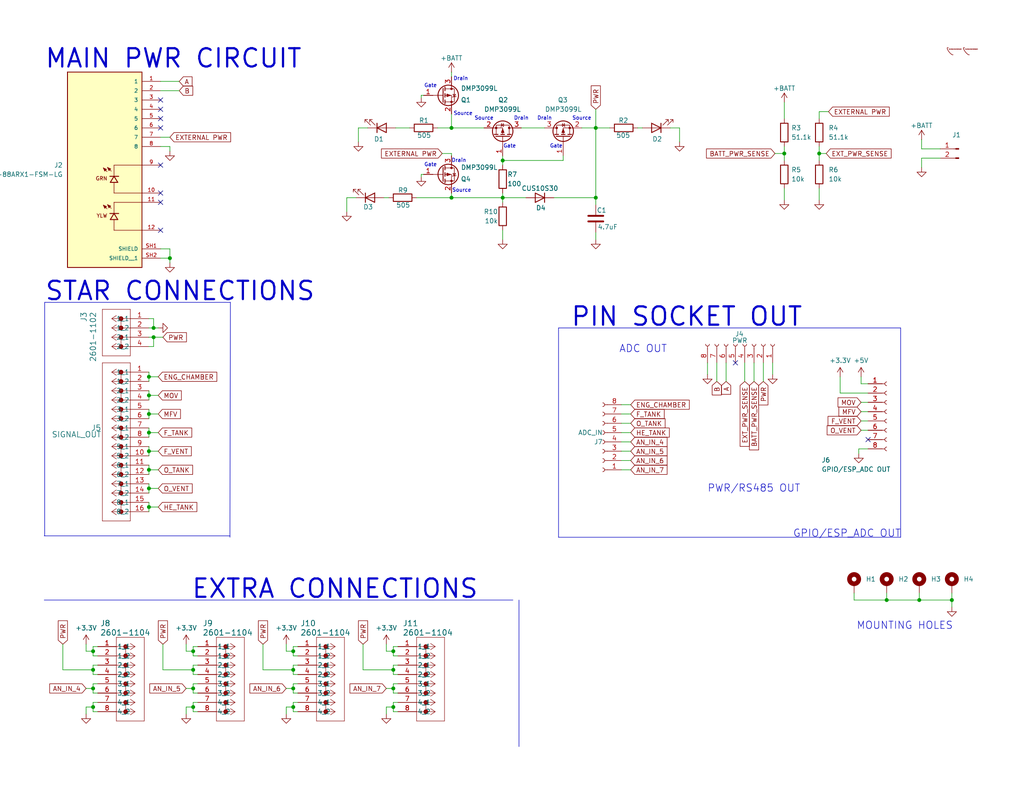
<source format=kicad_sch>
(kicad_sch (version 20250114) (generator "eeschema") (generator_version "9.0")
  (paper "A")
  (lib_symbols
    (symbol "2601_1102:2601-1102" (pin_names (offset 0.254))
      (property "Reference" "J" (at 8.89 6.35 0))
      (property "Value" "2601-1102" (at 0 0 0))
      (symbol "2601-1102_1_1"
        (pin unspecified line (at 0 0 0) (length 5.08) (name "1_1") (number "1"))
        (pin unspecified line (at 0 -2.54 0) (length 5.08) (name "1_2") (number "2"))
        (pin unspecified line (at 0 -5.08 0) (length 5.08) (name "2_1") (number "3"))
        (pin unspecified line (at 0 -7.62 0) (length 5.08) (name "2_2") (number "4"))
      )
    )
    (symbol "2601_1104:2601-1104" (pin_names (offset 0.254))
      (property "Reference" "J" (at 8.89 6.35 0))
      (property "Value" "2601-1104" (at 0 0 0))
      (symbol "2601-1104_1_1"
        (pin unspecified line (at 0 0 0) (length 5.08) (name "1_1") (number "1"))
        (pin unspecified line (at 0 -2.54 0) (length 5.08) (name "1_2") (number "2"))
        (pin unspecified line (at 0 -5.08 0) (length 5.08) (name "2_1") (number "3"))
        (pin unspecified line (at 0 -7.62 0) (length 5.08) (name "2_2") (number "4"))
        (pin unspecified line (at 0 -10.16 0) (length 5.08) (name "3_1") (number "5"))
        (pin unspecified line (at 0 -12.7 0) (length 5.08) (name "3_2") (number "6"))
        (pin unspecified line (at 0 -15.24 0) (length 5.08) (name "4_1") (number "7"))
        (pin unspecified line (at 0 -17.78 0) (length 5.08) (name "4_2") (number "8"))
      )
      (symbol "2601-1104_1_2"
        (pin unspecified line (at 0 0 0) (length 5.08) (name "1_1") (number "1"))
        (pin unspecified line (at 0 -2.54 0) (length 5.08) (name "1_2") (number "2"))
        (pin unspecified line (at 0 -5.08 0) (length 5.08) (name "2_1") (number "3"))
        (pin unspecified line (at 0 -7.62 0) (length 5.08) (name "2_2") (number "4"))
        (pin unspecified line (at 0 -10.16 0) (length 5.08) (name "3_1") (number "5"))
        (pin unspecified line (at 0 -12.7 0) (length 5.08) (name "3_2") (number "6"))
        (pin unspecified line (at 0 -15.24 0) (length 5.08) (name "4_1") (number "7"))
        (pin unspecified line (at 0 -17.78 0) (length 5.08) (name "4_2") (number "8"))
      )
    )
    (symbol "Connector:Conn_01x02_Pin" (pin_names (offset 1.016) (hide yes))
      (property "Reference" "J" (at 0 2.54 0))
      (property "Value" "Conn_01x02_Pin" (at 0 -5.08 0))
      (symbol "Conn_01x02_Pin_1_1"
        (pin passive line (at 5.08 0 180) (length 3.81) (name "Pin_1") (number "1"))
        (pin passive line (at 5.08 -2.54 180) (length 3.81) (name "Pin_2") (number "2"))
      )
    )
    (symbol "Connector:Conn_01x08_Socket" (pin_names (offset 1.016) (hide yes))
      (property "Reference" "J" (at 0 10.16 0))
      (property "Value" "Conn_01x08_Socket" (at 0 -12.7 0))
      (symbol "Conn_01x08_Socket_1_1"
        (pin passive line (at -5.08 7.62 0) (length 3.81) (name "Pin_1") (number "1"))
        (pin passive line (at -5.08 5.08 0) (length 3.81) (name "Pin_2") (number "2"))
        (pin passive line (at -5.08 2.54 0) (length 3.81) (name "Pin_3") (number "3"))
        (pin passive line (at -5.08 0 0) (length 3.81) (name "Pin_4") (number "4"))
        (pin passive line (at -5.08 -2.54 0) (length 3.81) (name "Pin_5") (number "5"))
        (pin passive line (at -5.08 -5.08 0) (length 3.81) (name "Pin_6") (number "6"))
        (pin passive line (at -5.08 -7.62 0) (length 3.81) (name "Pin_7") (number "7"))
        (pin passive line (at -5.08 -10.16 0) (length 3.81) (name "Pin_8") (number "8"))
      )
    )
    (symbol "Device:C" (pin_numbers (hide yes)) (pin_names (offset 0.254))
      (property "Reference" "C" (at 0.635 2.54 0))
      (property "Value" "C" (at 0.635 -2.54 0))
      (symbol "C_1_1"
        (pin passive line (at 0 3.81 270) (length 2.794) (name "~") (number "1"))
        (pin passive line (at 0 -3.81 90) (length 2.794) (name "~") (number "2"))
      )
    )
    (symbol "Device:D" (pin_numbers (hide yes)) (pin_names (offset 1.016) (hide yes))
      (property "Reference" "D" (at 0 2.54 0))
      (property "Value" "D" (at 0 -2.54 0))
      (symbol "D_1_1"
        (pin passive line (at -3.81 0 0) (length 2.54) (name "K") (number "1"))
        (pin passive line (at 3.81 0 180) (length 2.54) (name "A") (number "2"))
      )
    )
    (symbol "Device:LED" (pin_numbers (hide yes)) (pin_names (offset 1.016) (hide yes))
      (property "Reference" "D" (at 0 2.54 0))
      (property "Value" "LED" (at 0 -2.54 0))
      (symbol "LED_1_1"
        (pin passive line (at -3.81 0 0) (length 2.54) (name "K") (number "1"))
        (pin passive line (at 3.81 0 180) (length 2.54) (name "A") (number "2"))
      )
    )
    (symbol "Device:Q_PMOS_GSD" (pin_names (offset 0) (hide yes))
      (property "Reference" "Q" (at 5.08 1.27 0))
      (property "Value" "Q_PMOS_GSD" (at 5.08 -1.27 0))
      (symbol "Q_PMOS_GSD_1_1"
        (pin input line (at -5.08 0 0) (length 2.54) (name "G") (number "1"))
        (pin passive line (at 2.54 5.08 270) (length 2.54) (name "D") (number "3"))
        (pin passive line (at 2.54 -5.08 90) (length 2.54) (name "S") (number "2"))
      )
    )
    (symbol "Device:R" (pin_numbers (hide yes)) (pin_names (offset 0))
      (property "Reference" "R" (at 2.032 0 90))
      (property "Value" "R" (at 0 0 90))
      (symbol "R_1_1"
        (pin passive line (at 0 3.81 270) (length 1.27) (name "~") (number "1"))
        (pin passive line (at 0 -3.81 90) (length 1.27) (name "~") (number "2"))
      )
    )
    (symbol "MTJ-88ARX1-FSM-LG:MTJ-88ARX1-FSM-LG" (pin_names (offset 1.016))
      (property "Reference" "J" (at -10.16 26.67 0))
      (property "Value" "MTJ-88ARX1-FSM-LG" (at -10.16 -29.21 0))
      (symbol "MTJ-88ARX1-FSM-LG_0_0"
        (text "GRN" (at -0.762 -3.048 0) (effects (font (size 1.016 1.016)) (justify left top)))
        (text "YLW" (at -0.762 -13.208 0) (effects (font (size 1.016 1.016)) (justify left top)))
        (pin passive line (at -15.24 22.86 0) (length 5.08) (name "1") (number "1"))
        (pin passive line (at -15.24 20.32 0) (length 5.08) (name "2") (number "2"))
        (pin passive line (at -15.24 17.78 0) (length 5.08) (name "3") (number "3"))
        (pin passive line (at -15.24 15.24 0) (length 5.08) (name "4") (number "4"))
        (pin passive line (at -15.24 12.7 0) (length 5.08) (name "5") (number "5"))
        (pin passive line (at -15.24 10.16 0) (length 5.08) (name "6") (number "6"))
        (pin passive line (at -15.24 7.62 0) (length 5.08) (name "7") (number "7"))
        (pin passive line (at -15.24 5.08 0) (length 5.08) (name "8") (number "8"))
        (pin passive line (at -15.24 0 0) (length 5.08) (name "~") (number "9"))
        (pin passive line (at -15.24 -7.62 0) (length 5.08) (name "~") (number "10"))
        (pin passive line (at -15.24 -10.16 0) (length 5.08) (name "~") (number "11"))
        (pin passive line (at -15.24 -17.78 0) (length 5.08) (name "~") (number "12"))
        (pin passive line (at -15.24 -22.86 0) (length 5.08) (name "SHIELD") (number "SH1"))
        (pin passive line (at -15.24 -25.4 0) (length 5.08) (name "SHIELD__1") (number "SH2"))
      )
    )
    (symbol "Mechanical:MountingHole_Pad" (pin_numbers (hide yes)) (pin_names (offset 1.016) (hide yes))
      (property "Reference" "H" (at 0 6.35 0))
      (property "Value" "MountingHole_Pad" (at 0 4.445 0))
      (symbol "MountingHole_Pad_1_1"
        (pin input line (at 0 -2.54 90) (length 2.54) (name "1") (number "1"))
      )
    )
    (symbol "RP Logo:LOGO" (pin_names (offset 1.016)))
    (symbol "Wago_2601_1108:2601-1108" (pin_names (offset 0.254))
      (property "Reference" "J" (at 8.89 6.35 0))
      (property "Value" "2601-1108" (at 0 0 0))
      (symbol "2601-1108_1_1"
        (pin unspecified line (at 0 0 0) (length 5.08) (name "1_1") (number "1"))
        (pin unspecified line (at 0 -2.54 0) (length 5.08) (name "1_2") (number "2"))
        (pin unspecified line (at 0 -5.08 0) (length 5.08) (name "2_1") (number "3"))
        (pin unspecified line (at 0 -7.62 0) (length 5.08) (name "2_2") (number "4"))
        (pin unspecified line (at 0 -10.16 0) (length 5.08) (name "3_1") (number "5"))
        (pin unspecified line (at 0 -12.7 0) (length 5.08) (name "3_2") (number "6"))
        (pin unspecified line (at 0 -15.24 0) (length 5.08) (name "4_1") (number "7"))
        (pin unspecified line (at 0 -17.78 0) (length 5.08) (name "4_2") (number "8"))
        (pin unspecified line (at 0 -20.32 0) (length 5.08) (name "5_1") (number "9"))
        (pin unspecified line (at 0 -22.86 0) (length 5.08) (name "5_2") (number "10"))
        (pin unspecified line (at 0 -25.4 0) (length 5.08) (name "6_1") (number "11"))
        (pin unspecified line (at 0 -27.94 0) (length 5.08) (name "6_2") (number "12"))
        (pin unspecified line (at 0 -30.48 0) (length 5.08) (name "7_1") (number "13"))
        (pin unspecified line (at 0 -33.02 0) (length 5.08) (name "7_2") (number "14"))
        (pin unspecified line (at 0 -35.56 0) (length 5.08) (name "8_1") (number "15"))
        (pin unspecified line (at 0 -38.1 0) (length 5.08) (name "8_2") (number "16"))
      )
    )
    (symbol "power:+3.3V" (power) (pin_names (offset 0))
      (property "Value" "+3.3V" (at 0 3.556 0))
      (symbol "+3.3V_1_1"
        (pin power_in line (at 0 0 90) (length 0) (hide yes) (name "+3.3V") (number "1"))
      )
    )
    (symbol "power:+5V" (power) (pin_names (offset 0))
      (property "Value" "+5V" (at 0 3.556 0))
      (symbol "+5V_1_1"
        (pin power_in line (at 0 0 90) (length 0) (hide yes) (name "+5V") (number "1"))
      )
    )
    (symbol "power:+BATT" (power) (pin_numbers (hide yes)) (pin_names (offset 0) (hide yes))
      (property "Value" "+BATT" (at 0 3.556 0))
      (symbol "+BATT_1_1"
        (pin power_in line (at 0 0 90) (length 0) (name "~") (number "1"))
      )
    )
    (symbol "power:GND" (power) (pin_names (offset 0))
      (property "Value" "GND" (at 0 -3.81 0))
      (symbol "GND_1_1"
        (pin power_in line (at 0 0 270) (length 0) (hide yes) (name "GND") (number "1"))
      )
    )
  )
  (text "Gate" (at 117.475 45.085 0) (effects (font (size 1 1))))
  (text "Gate" (at 117.475 23.495 0) (effects (font (size 1 1))))
  (text "GPIO/ESP_ADC OUT" (at 245.872 146.939 0) (effects (font (size 2 2)) (justify right bottom)))
  (text "Drain" (at 125.73 21.59 0) (effects (font (size 1 1))))
  (text "Drain" (at 148.59 32.385 0) (effects (font (size 1 1))))
  (text "Source\n" (at 132.08 32.385 0) (effects (font (size 1 1))))
  (text "Source\n" (at 126.365 31.115 0) (effects (font (size 1 1))))
  (text "MOUNTING HOLES" (at 233.68 172.085 0) (effects (font (size 2 2)) (justify left bottom)))
  (text "PWR/RS485 OUT" (at 218.44 134.62 0) (effects (font (size 2 2)) (justify right bottom)))
  (text "Gate" (at 151.765 40.005 0) (effects (font (size 1 1))))
  (text "Gate" (at 139.065 40.005 0) (effects (font (size 1 1))))
  (text "MAIN PWR CIRCUIT" (at 12.065 19.05 0) (effects (font (size 5 5) (thickness 0.6) (bold yes)) (justify left bottom)))
  (text "ADC OUT" (at 168.91 96.52 0) (effects (font (size 2 2)) (justify left bottom)))
  (text "STAR CONNECTIONS" (at 12.065 82.55 0) (effects (font (size 5 5) (thickness 0.6) (bold yes)) (justify left bottom)))
  (text "EXTRA CONNECTIONS" (at 52.07 163.83 0) (effects (font (size 5 5) (thickness 0.6) (bold yes)) (justify left bottom)))
  (text "Source\n" (at 158.75 32.385 0) (effects (font (size 1 1))))
  (text "Source\n" (at 125.984 52.07 0) (effects (font (size 1 1))))
  (text "PIN SOCKET OUT" (at 155.575 89.535 0) (effects (font (size 5 5) (thickness 0.6) (bold yes)) (justify left bottom)))
  (text "Drain" (at 142.24 32.385 0) (effects (font (size 1 1))))
  (text "Drain" (at 125.222 43.942 0) (effects (font (size 1 1))))
  (junction (at 107.315 187.96))
  (junction (at 25.4 187.96))
  (junction (at 25.4 193.04))
  (junction (at 259.715 163.83))
  (junction (at 80.01 187.96))
  (junction (at 40.64 102.87))
  (junction (at 25.4 182.88))
  (junction (at 52.705 182.88))
  (junction (at 80.01 193.04))
  (junction (at 40.64 123.19))
  (junction (at 162.56 53.975))
  (junction (at 80.01 177.8))
  (junction (at 123.19 53.975))
  (junction (at 123.19 34.925))
  (junction (at 213.995 41.91))
  (junction (at 41.91 89.535))
  (junction (at 241.935 163.83))
  (junction (at 137.16 53.975))
  (junction (at 107.315 193.04))
  (junction (at 25.4 177.8))
  (junction (at 40.64 133.35))
  (junction (at 137.16 43.815))
  (junction (at 46.355 70.485))
  (junction (at 40.64 113.03))
  (junction (at 107.315 182.88))
  (junction (at 52.705 187.96))
  (junction (at 223.52 41.91))
  (junction (at 52.705 193.04))
  (junction (at 41.91 92.075))
  (junction (at 52.705 177.8))
  (junction (at 40.64 107.95))
  (junction (at 40.64 128.27))
  (junction (at 162.56 34.925))
  (junction (at 40.64 138.43))
  (junction (at 80.01 182.88))
  (junction (at 107.315 177.8))
  (junction (at 250.825 163.83))
  (junction (at 40.64 118.11))
  (no_connect (at 43.815 27.305))
  (no_connect (at 43.815 62.865))
  (no_connect (at 200.66 99.06))
  (no_connect (at 236.855 120.015))
  (no_connect (at 43.815 45.085))
  (no_connect (at 43.815 32.385))
  (no_connect (at 43.815 29.845))
  (no_connect (at 43.815 34.925))
  (no_connect (at 43.815 52.705))
  (no_connect (at 43.815 55.245))
  (wire (pts (xy 53.975 194.31) (xy 52.705 194.31)))
  (wire (pts (xy 53.975 189.23) (xy 52.705 189.23)))
  (wire (pts (xy 236.855 107.315) (xy 229.235 107.315)))
  (wire (pts (xy 52.705 179.07) (xy 52.705 177.8)))
  (wire (pts (xy 225.425 41.91) (xy 223.52 41.91)))
  (wire (pts (xy 114.935 26.035) (xy 114.935 26.67)))
  (wire (pts (xy 46.355 37.465) (xy 43.815 37.465)))
  (wire (pts (xy 40.64 106.68) (xy 40.64 107.95)))
  (wire (pts (xy 104.775 53.975) (xy 106.045 53.975)))
  (wire (pts (xy 123.19 34.925) (xy 132.08 34.925)))
  (wire (pts (xy 17.145 182.88) (xy 25.4 182.88)))
  (wire (pts (xy 213.995 27.94) (xy 213.995 32.385)))
  (wire (pts (xy 26.67 194.31) (xy 25.4 194.31)))
  (wire (pts (xy 120.65 41.91) (xy 123.19 41.91)))
  (wire (pts (xy 17.145 175.895) (xy 17.145 182.88)))
  (wire (pts (xy 213.995 43.815) (xy 213.995 41.91)))
  (wire (pts (xy 81.28 176.53) (xy 80.01 176.53)))
  (wire (pts (xy 153.67 42.545) (xy 153.67 43.815)))
  (wire (pts (xy 119.38 34.925) (xy 123.19 34.925)))
  (wire (pts (xy 43.815 67.945) (xy 46.355 67.945)))
  (wire (pts (xy 81.28 194.31) (xy 80.01 194.31)))
  (wire (pts (xy 94.615 53.975) (xy 97.155 53.975)))
  (wire (pts (xy 52.705 181.61) (xy 52.705 182.88)))
  (wire (pts (xy 25.4 181.61) (xy 25.4 182.88)))
  (polyline (pts (xy 152.4 146.685) (xy 245.745 146.685)))
  (wire (pts (xy 108.585 194.31) (xy 107.315 194.31)))
  (wire (pts (xy 40.64 137.16) (xy 40.64 138.43)))
  (wire (pts (xy 107.315 191.77) (xy 107.315 193.04)))
  (wire (pts (xy 99.06 175.895) (xy 99.06 182.88)))
  (wire (pts (xy 108.585 189.23) (xy 107.315 189.23)))
  (wire (pts (xy 50.8 194.945) (xy 50.8 193.04)))
  (wire (pts (xy 53.975 176.53) (xy 52.705 176.53)))
  (wire (pts (xy 241.935 161.925) (xy 241.935 163.83)))
  (wire (pts (xy 40.64 111.76) (xy 40.64 113.03)))
  (wire (pts (xy 46.355 70.485) (xy 46.355 71.755)))
  (wire (pts (xy 81.28 189.23) (xy 80.01 189.23)))
  (wire (pts (xy 26.67 191.77) (xy 25.4 191.77)))
  (wire (pts (xy 50.8 175.895) (xy 50.8 177.8)))
  (wire (pts (xy 53.975 181.61) (xy 52.705 181.61)))
  (wire (pts (xy 108.585 181.61) (xy 107.315 181.61)))
  (wire (pts (xy 107.315 179.07) (xy 107.315 177.8)))
  (wire (pts (xy 105.41 194.945) (xy 105.41 193.04)))
  (polyline (pts (xy 12.065 146.304) (xy 62.738 146.304)))
  (polyline (pts (xy 12.192 82.55) (xy 12.192 146.304)))
  (wire (pts (xy 40.64 118.11) (xy 40.64 119.38)))
  (wire (pts (xy 40.64 128.27) (xy 40.64 129.54)))
  (wire (pts (xy 71.755 182.88) (xy 80.01 182.88)))
  (wire (pts (xy 25.4 189.23) (xy 25.4 187.96)))
  (wire (pts (xy 250.825 161.925) (xy 250.825 163.83)))
  (wire (pts (xy 236.855 122.555) (xy 234.315 122.555)))
  (wire (pts (xy 137.16 43.815) (xy 153.67 43.815)))
  (wire (pts (xy 23.495 194.945) (xy 23.495 193.04)))
  (wire (pts (xy 81.28 191.77) (xy 80.01 191.77)))
  (wire (pts (xy 229.235 102.87) (xy 229.235 107.315)))
  (wire (pts (xy 234.95 104.775) (xy 234.95 102.87)))
  (wire (pts (xy 114.935 47.625) (xy 115.57 47.625)))
  (wire (pts (xy 151.13 53.975) (xy 162.56 53.975)))
  (wire (pts (xy 107.315 176.53) (xy 107.315 177.8)))
  (wire (pts (xy 251.46 38.1) (xy 251.46 40.64)))
  (wire (pts (xy 241.935 163.83) (xy 250.825 163.83)))
  (wire (pts (xy 26.67 181.61) (xy 25.4 181.61)))
  (wire (pts (xy 40.64 92.075) (xy 41.91 92.075)))
  (wire (pts (xy 40.64 132.08) (xy 40.64 133.35)))
  (wire (pts (xy 123.19 41.91) (xy 123.19 42.545)))
  (wire (pts (xy 52.705 186.69) (xy 52.705 187.96)))
  (wire (pts (xy 52.705 184.15) (xy 52.705 182.88)))
  (wire (pts (xy 26.67 184.15) (xy 25.4 184.15)))
  (polyline (pts (xy 152.4 89.535) (xy 152.4 146.685)))
  (wire (pts (xy 53.975 179.07) (xy 52.705 179.07)))
  (wire (pts (xy 43.18 123.19) (xy 40.64 123.19)))
  (wire (pts (xy 53.975 184.15) (xy 52.705 184.15)))
  (wire (pts (xy 203.2 99.06) (xy 203.2 104.14)))
  (wire (pts (xy 43.18 128.27) (xy 40.64 128.27)))
  (wire (pts (xy 234.95 109.855) (xy 236.855 109.855)))
  (wire (pts (xy 105.41 193.04) (xy 107.315 193.04)))
  (wire (pts (xy 123.19 53.975) (xy 137.16 53.975)))
  (wire (pts (xy 25.4 179.07) (xy 25.4 177.8)))
  (wire (pts (xy 123.19 31.115) (xy 123.19 34.925)))
  (wire (pts (xy 23.495 175.895) (xy 23.495 177.8)))
  (wire (pts (xy 198.12 104.14) (xy 198.12 99.06)))
  (wire (pts (xy 94.615 53.975) (xy 94.615 57.785)))
  (wire (pts (xy 52.705 194.31) (xy 52.705 193.04)))
  (wire (pts (xy 172.085 113.03) (xy 169.545 113.03)))
  (wire (pts (xy 26.67 179.07) (xy 25.4 179.07)))
  (wire (pts (xy 23.495 187.96) (xy 25.4 187.96)))
  (wire (pts (xy 223.52 43.815) (xy 223.52 41.91)))
  (wire (pts (xy 123.19 19.685) (xy 123.19 20.955)))
  (wire (pts (xy 44.45 182.88) (xy 52.705 182.88)))
  (wire (pts (xy 81.28 184.15) (xy 80.01 184.15)))
  (wire (pts (xy 50.8 193.04) (xy 52.705 193.04)))
  (wire (pts (xy 41.91 92.075) (xy 44.45 92.075)))
  (wire (pts (xy 41.91 89.535) (xy 40.64 89.535)))
  (wire (pts (xy 23.495 177.8) (xy 25.4 177.8)))
  (wire (pts (xy 137.16 52.705) (xy 137.16 53.975)))
  (wire (pts (xy 26.67 189.23) (xy 25.4 189.23)))
  (wire (pts (xy 173.99 34.925) (xy 175.26 34.925)))
  (wire (pts (xy 78.105 175.895) (xy 78.105 177.8)))
  (wire (pts (xy 78.105 193.04) (xy 80.01 193.04)))
  (wire (pts (xy 40.64 113.03) (xy 40.64 114.3)))
  (wire (pts (xy 137.16 43.815) (xy 137.16 45.085)))
  (wire (pts (xy 226.06 30.48) (xy 223.52 30.48)))
  (wire (pts (xy 80.01 184.15) (xy 80.01 182.88)))
  (polyline (pts (xy 245.745 146.685) (xy 245.745 89.535)))
  (wire (pts (xy 108.585 191.77) (xy 107.315 191.77)))
  (wire (pts (xy 107.315 181.61) (xy 107.315 182.88)))
  (wire (pts (xy 40.64 123.19) (xy 40.64 124.46)))
  (wire (pts (xy 213.995 51.435) (xy 213.995 54.61)))
  (wire (pts (xy 97.79 34.925) (xy 100.33 34.925)))
  (wire (pts (xy 46.355 40.005) (xy 43.815 40.005)))
  (wire (pts (xy 25.4 176.53) (xy 25.4 177.8)))
  (wire (pts (xy 50.8 187.96) (xy 52.705 187.96)))
  (wire (pts (xy 71.755 175.895) (xy 71.755 182.88)))
  (wire (pts (xy 80.01 194.31) (xy 80.01 193.04)))
  (wire (pts (xy 40.64 94.615) (xy 41.91 94.615)))
  (wire (pts (xy 78.105 177.8) (xy 80.01 177.8)))
  (wire (pts (xy 108.585 179.07) (xy 107.315 179.07)))
  (wire (pts (xy 80.01 179.07) (xy 80.01 177.8)))
  (wire (pts (xy 97.79 34.925) (xy 97.79 38.735)))
  (wire (pts (xy 78.105 187.96) (xy 80.01 187.96)))
  (wire (pts (xy 137.16 53.975) (xy 137.16 55.245)))
  (wire (pts (xy 233.045 161.925) (xy 233.045 163.83)))
  (wire (pts (xy 233.045 163.83) (xy 241.935 163.83)))
  (wire (pts (xy 105.41 175.895) (xy 105.41 177.8)))
  (wire (pts (xy 234.95 114.935) (xy 236.855 114.935)))
  (wire (pts (xy 107.315 186.69) (xy 107.315 187.96)))
  (wire (pts (xy 48.895 24.765) (xy 43.815 24.765)))
  (wire (pts (xy 205.74 99.06) (xy 205.74 104.14)))
  (wire (pts (xy 223.52 30.48) (xy 223.52 32.385)))
  (wire (pts (xy 46.355 67.945) (xy 46.355 70.485)))
  (wire (pts (xy 44.45 175.895) (xy 44.45 182.88)))
  (wire (pts (xy 107.315 184.15) (xy 107.315 182.88)))
  (wire (pts (xy 25.4 191.77) (xy 25.4 193.04)))
  (wire (pts (xy 193.04 99.06) (xy 193.04 102.235)))
  (wire (pts (xy 105.41 187.96) (xy 107.315 187.96)))
  (wire (pts (xy 234.315 122.555) (xy 234.315 123.825)))
  (wire (pts (xy 113.665 53.975) (xy 123.19 53.975)))
  (wire (pts (xy 185.42 34.925) (xy 185.42 38.735)))
  (wire (pts (xy 137.16 62.865) (xy 137.16 65.405)))
  (wire (pts (xy 114.935 47.625) (xy 114.935 48.26)))
  (wire (pts (xy 53.975 191.77) (xy 52.705 191.77)))
  (wire (pts (xy 40.64 102.87) (xy 40.64 104.14)))
  (wire (pts (xy 43.18 102.87) (xy 40.64 102.87)))
  (wire (pts (xy 108.585 176.53) (xy 107.315 176.53)))
  (polyline (pts (xy 12.065 163.83) (xy 139.954 163.83)))
  (wire (pts (xy 40.64 86.995) (xy 41.91 86.995)))
  (wire (pts (xy 53.975 186.69) (xy 52.705 186.69)))
  (wire (pts (xy 80.01 176.53) (xy 80.01 177.8)))
  (wire (pts (xy 195.58 104.14) (xy 195.58 99.06)))
  (wire (pts (xy 234.95 104.775) (xy 236.855 104.775)))
  (wire (pts (xy 234.95 117.475) (xy 236.855 117.475)))
  (wire (pts (xy 259.715 165.735) (xy 259.715 163.83)))
  (wire (pts (xy 142.24 34.925) (xy 148.59 34.925)))
  (wire (pts (xy 26.67 186.69) (xy 25.4 186.69)))
  (wire (pts (xy 208.28 104.14) (xy 208.28 99.06)))
  (wire (pts (xy 162.56 34.925) (xy 166.37 34.925)))
  (wire (pts (xy 108.585 184.15) (xy 107.315 184.15)))
  (polyline (pts (xy 152.4 89.535) (xy 245.745 89.535)))
  (wire (pts (xy 172.085 125.73) (xy 169.545 125.73)))
  (wire (pts (xy 213.995 41.91) (xy 213.995 40.005)))
  (wire (pts (xy 172.085 110.49) (xy 169.545 110.49)))
  (wire (pts (xy 107.315 189.23) (xy 107.315 187.96)))
  (wire (pts (xy 162.56 34.925) (xy 162.56 53.975)))
  (wire (pts (xy 81.28 181.61) (xy 80.01 181.61)))
  (wire (pts (xy 185.42 34.925) (xy 182.88 34.925)))
  (wire (pts (xy 52.705 191.77) (xy 52.705 193.04)))
  (wire (pts (xy 48.895 22.225) (xy 43.815 22.225)))
  (wire (pts (xy 40.64 127) (xy 40.64 128.27)))
  (wire (pts (xy 52.705 189.23) (xy 52.705 187.96)))
  (wire (pts (xy 40.64 138.43) (xy 40.64 139.7)))
  (wire (pts (xy 43.18 113.03) (xy 40.64 113.03)))
  (wire (pts (xy 80.01 189.23) (xy 80.01 187.96)))
  (wire (pts (xy 211.455 41.91) (xy 213.995 41.91)))
  (wire (pts (xy 108.585 186.69) (xy 107.315 186.69)))
  (wire (pts (xy 105.41 177.8) (xy 107.315 177.8)))
  (polyline (pts (xy 62.738 146.685) (xy 62.865 82.55)))
  (wire (pts (xy 172.085 128.27) (xy 169.545 128.27)))
  (wire (pts (xy 25.4 186.69) (xy 25.4 187.96)))
  (wire (pts (xy 26.67 176.53) (xy 25.4 176.53)))
  (wire (pts (xy 43.18 118.11) (xy 40.64 118.11)))
  (wire (pts (xy 81.28 179.07) (xy 80.01 179.07)))
  (wire (pts (xy 52.705 176.53) (xy 52.705 177.8)))
  (wire (pts (xy 80.01 186.69) (xy 80.01 187.96)))
  (wire (pts (xy 43.18 133.35) (xy 40.64 133.35)))
  (wire (pts (xy 259.715 163.83) (xy 259.715 161.925)))
  (wire (pts (xy 162.56 29.845) (xy 162.56 34.925)))
  (wire (pts (xy 107.95 34.925) (xy 111.76 34.925)))
  (wire (pts (xy 223.52 51.435) (xy 223.52 54.61)))
  (wire (pts (xy 123.19 52.705) (xy 123.19 53.975)))
  (wire (pts (xy 172.085 120.65) (xy 169.545 120.65)))
  (wire (pts (xy 223.52 41.91) (xy 223.52 40.005)))
  (wire (pts (xy 40.64 116.84) (xy 40.64 118.11)))
  (wire (pts (xy 40.64 121.92) (xy 40.64 123.19)))
  (wire (pts (xy 23.495 193.04) (xy 25.4 193.04)))
  (wire (pts (xy 251.46 43.18) (xy 251.46 45.72)))
  (wire (pts (xy 99.06 182.88) (xy 107.315 182.88)))
  (wire (pts (xy 172.085 123.19) (xy 169.545 123.19)))
  (wire (pts (xy 80.01 181.61) (xy 80.01 182.88)))
  (wire (pts (xy 46.355 70.485) (xy 43.815 70.485)))
  (wire (pts (xy 80.01 191.77) (xy 80.01 193.04)))
  (wire (pts (xy 250.825 163.83) (xy 259.715 163.83)))
  (wire (pts (xy 43.18 107.95) (xy 40.64 107.95)))
  (wire (pts (xy 43.18 89.535) (xy 41.91 89.535)))
  (polyline (pts (xy 141.605 203.835) (xy 141.605 163.83)))
  (wire (pts (xy 40.64 101.6) (xy 40.64 102.87)))
  (wire (pts (xy 172.085 115.57) (xy 169.545 115.57)))
  (wire (pts (xy 78.105 194.945) (xy 78.105 193.04)))
  (wire (pts (xy 41.91 94.615) (xy 41.91 92.075)))
  (polyline (pts (xy 12.192 82.55) (xy 62.865 82.55)))
  (wire (pts (xy 162.56 63.5) (xy 162.56 65.405)))
  (wire (pts (xy 158.75 34.925) (xy 162.56 34.925)))
  (wire (pts (xy 81.28 186.69) (xy 80.01 186.69)))
  (wire (pts (xy 40.64 107.95) (xy 40.64 109.22)))
  (wire (pts (xy 43.18 138.43) (xy 40.64 138.43)))
  (wire (pts (xy 256.54 40.64) (xy 251.46 40.64)))
  (wire (pts (xy 46.355 40.005) (xy 46.355 41.275)))
  (wire (pts (xy 137.16 53.975) (xy 143.51 53.975)))
  (wire (pts (xy 234.95 112.395) (xy 236.855 112.395)))
  (wire (pts (xy 162.56 55.88) (xy 162.56 53.975)))
  (wire (pts (xy 107.315 194.31) (xy 107.315 193.04)))
  (wire (pts (xy 172.085 118.11) (xy 169.545 118.11)))
  (wire (pts (xy 256.54 43.18) (xy 251.46 43.18)))
  (wire (pts (xy 210.82 102.235) (xy 210.82 99.06)))
  (wire (pts (xy 137.16 42.545) (xy 137.16 43.815)))
  (wire (pts (xy 25.4 194.31) (xy 25.4 193.04)))
  (wire (pts (xy 41.91 86.995) (xy 41.91 89.535)))
  (wire (pts (xy 25.4 184.15) (xy 25.4 182.88)))
  (wire (pts (xy 40.64 133.35) (xy 40.64 134.62)))
  (wire (pts (xy 114.935 26.035) (xy 115.57 26.035)))
  (wire (pts (xy 50.8 177.8) (xy 52.705 177.8)))
  (global_label "B" (shape input) (at 195.58 104.14 270) (property "Intersheetrefs" "${INTERSHEET_REFS}" (effects (hide yes))))
  (global_label "EXTERNAL PWR" (shape input) (at 46.355 37.465 0) (property "Intersheetrefs" "${INTERSHEET_REFS}" (effects (hide yes))))
  (global_label "EXTERNAL PWR" (shape input) (at 120.65 41.91 180) (property "Intersheetrefs" "${INTERSHEET_REFS}" (effects (hide yes))))
  (global_label "AN_IN_7" (shape input) (at 172.085 128.27 0) (property "Intersheetrefs" "${INTERSHEET_REFS}" (effects (hide yes))))
  (global_label "EXT_PWR_SENSE" (shape input) (at 203.2 104.14 270) (property "Intersheetrefs" "${INTERSHEET_REFS}" (effects (hide yes))))
  (global_label "PWR" (shape input) (at 71.755 175.895 90) (property "Intersheetrefs" "${INTERSHEET_REFS}" (effects (hide yes))))
  (global_label "MOV" (shape input) (at 234.95 109.855 180) (property "Intersheetrefs" "${INTERSHEET_REFS}" (effects (hide yes))))
  (global_label "O_TANK" (shape input) (at 172.085 115.57 0) (property "Intersheetrefs" "${INTERSHEET_REFS}" (effects (hide yes))))
  (global_label "F_TANK" (shape input) (at 43.18 118.11 0) (property "Intersheetrefs" "${INTERSHEET_REFS}" (effects (hide yes))))
  (global_label "HE_TANK" (shape input) (at 43.18 138.43 0) (property "Intersheetrefs" "${INTERSHEET_REFS}" (effects (hide yes))))
  (global_label "AN_IN_4" (shape input) (at 172.085 120.65 0) (property "Intersheetrefs" "${INTERSHEET_REFS}" (effects (hide yes))))
  (global_label "PWR" (shape input) (at 208.28 104.14 270) (property "Intersheetrefs" "${INTERSHEET_REFS}" (effects (hide yes))))
  (global_label "O_TANK" (shape input) (at 43.18 128.27 0) (property "Intersheetrefs" "${INTERSHEET_REFS}" (effects (hide yes))))
  (global_label "AN_IN_5" (shape input) (at 50.8 187.96 180) (property "Intersheetrefs" "${INTERSHEET_REFS}" (effects (hide yes))))
  (global_label "AN_IN_4" (shape input) (at 23.495 187.96 180) (property "Intersheetrefs" "${INTERSHEET_REFS}" (effects (hide yes))))
  (global_label "B" (shape input) (at 48.895 24.765 0) (property "Intersheetrefs" "${INTERSHEET_REFS}" (effects (hide yes))))
  (global_label "MFV" (shape input) (at 234.95 112.395 180) (property "Intersheetrefs" "${INTERSHEET_REFS}" (effects (hide yes))))
  (global_label "F_TANK" (shape input) (at 172.085 113.03 0) (property "Intersheetrefs" "${INTERSHEET_REFS}" (effects (hide yes))))
  (global_label "BATT_PWR_SENSE" (shape input) (at 205.74 104.14 270) (property "Intersheetrefs" "${INTERSHEET_REFS}" (effects (hide yes))))
  (global_label "HE_TANK" (shape input) (at 172.085 118.11 0) (property "Intersheetrefs" "${INTERSHEET_REFS}" (effects (hide yes))))
  (global_label "PWR" (shape input) (at 44.45 92.075 0) (property "Intersheetrefs" "${INTERSHEET_REFS}" (effects (hide yes))))
  (global_label "EXT_PWR_SENSE" (shape input) (at 225.425 41.91 0) (property "Intersheetrefs" "${INTERSHEET_REFS}" (effects (hide yes))))
  (global_label "PWR" (shape input) (at 44.45 175.895 90) (property "Intersheetrefs" "${INTERSHEET_REFS}" (effects (hide yes))))
  (global_label "PWR" (shape input) (at 162.56 29.845 90) (property "Intersheetrefs" "${INTERSHEET_REFS}" (effects (hide yes))))
  (global_label "A" (shape input) (at 48.895 22.225 0) (property "Intersheetrefs" "${INTERSHEET_REFS}" (effects (hide yes))))
  (global_label "AN_IN_6" (shape input) (at 172.085 125.73 0) (property "Intersheetrefs" "${INTERSHEET_REFS}" (effects (hide yes))))
  (global_label "MFV" (shape input) (at 43.18 113.03 0) (property "Intersheetrefs" "${INTERSHEET_REFS}" (effects (hide yes))))
  (global_label "EXTERNAL PWR" (shape input) (at 226.06 30.48 0) (property "Intersheetrefs" "${INTERSHEET_REFS}" (effects (hide yes))))
  (global_label "PWR" (shape input) (at 17.145 175.895 90) (property "Intersheetrefs" "${INTERSHEET_REFS}" (effects (hide yes))))
  (global_label "F_VENT" (shape input) (at 43.18 123.19 0) (property "Intersheetrefs" "${INTERSHEET_REFS}" (effects (hide yes))))
  (global_label "A" (shape input) (at 198.12 104.14 270) (property "Intersheetrefs" "${INTERSHEET_REFS}" (effects (hide yes))))
  (global_label "AN_IN_6" (shape input) (at 78.105 187.96 180) (property "Intersheetrefs" "${INTERSHEET_REFS}" (effects (hide yes))))
  (global_label "O_VENT" (shape input) (at 234.95 117.475 180) (property "Intersheetrefs" "${INTERSHEET_REFS}" (effects (hide yes))))
  (global_label "BATT_PWR_SENSE" (shape input) (at 211.455 41.91 180) (property "Intersheetrefs" "${INTERSHEET_REFS}" (effects (hide yes))))
  (global_label "ENG_CHAMBER" (shape input) (at 172.085 110.49 0) (property "Intersheetrefs" "${INTERSHEET_REFS}" (effects (hide yes))))
  (global_label "O_VENT" (shape input) (at 43.18 133.35 0) (property "Intersheetrefs" "${INTERSHEET_REFS}" (effects (hide yes))))
  (global_label "ENG_CHAMBER" (shape input) (at 43.18 102.87 0) (property "Intersheetrefs" "${INTERSHEET_REFS}" (effects (hide yes))))
  (global_label "AN_IN_5" (shape input) (at 172.085 123.19 0) (property "Intersheetrefs" "${INTERSHEET_REFS}" (effects (hide yes))))
  (global_label "MOV" (shape input) (at 43.18 107.95 0) (property "Intersheetrefs" "${INTERSHEET_REFS}" (effects (hide yes))))
  (global_label "AN_IN_7" (shape input) (at 105.41 187.96 180) (property "Intersheetrefs" "${INTERSHEET_REFS}" (effects (hide yes))))
  (global_label "F_VENT" (shape input) (at 234.95 114.935 180) (property "Intersheetrefs" "${INTERSHEET_REFS}" (effects (hide yes))))
  (global_label "PWR" (shape input) (at 99.06 175.895 90) (property "Intersheetrefs" "${INTERSHEET_REFS}" (effects (hide yes))))
  (symbol (lib_id "power:GND") (at 223.52 54.61 0) (mirror y) (unit 1)
    (property "Reference" "#PWR013" (effects (hide yes)))
    (property "Value" "GND" (effects (hide yes)))
    (property "Description" "Power symbol creates a global label with name \"GND\" , ground" (effects (hide yes)))
  )
  (symbol (lib_id "power:GND") (at 213.995 54.61 0) (mirror y) (unit 1)
    (property "Reference" "#PWR012" (effects (hide yes)))
    (property "Value" "GND" (effects (hide yes)))
    (property "Description" "Power symbol creates a global label with name \"GND\" , ground" (effects (hide yes)))
  )
  (symbol (lib_id "2601_1104:2601-1104") (at 26.67 176.53 0) (unit 1)
    (property "Reference" "J8" (at 27.305 170.18 0) (effects (font (size 1.524 1.524)) (justify left)))
    (property "Value" "2601-1104" (at 27.305 172.72 0) (effects (font (size 1.524 1.524)) (justify left)))
    (property "Footprint" "WAGO 2601-1104:CONN4_2601-1104_WAG" (effects (hide yes)))
    (property "Datasheet" "2601-1104" (effects (hide yes)))
  )
  (symbol (lib_id "2601_1104:2601-1104") (at 53.975 176.53 0) (unit 1)
    (property "Reference" "J9" (at 55.245 170.18 0) (effects (font (size 1.524 1.524)) (justify left)))
    (property "Value" "2601-1104" (at 55.245 172.72 0) (effects (font (size 1.524 1.524)) (justify left)))
    (property "Footprint" "WAGO 2601-1104:CONN4_2601-1104_WAG" (effects (hide yes)))
    (property "Datasheet" "2601-1104" (effects (hide yes)))
  )
  (symbol (lib_id "2601_1104:2601-1104") (at 81.28 176.53 0) (unit 1)
    (property "Reference" "J10" (at 81.915 170.18 0) (effects (font (size 1.524 1.524)) (justify left)))
    (property "Value" "2601-1104" (at 81.915 172.72 0) (effects (font (size 1.524 1.524)) (justify left)))
    (property "Footprint" "WAGO 2601-1104:CONN4_2601-1104_WAG" (effects (hide yes)))
    (property "Datasheet" "2601-1104" (effects (hide yes)))
  )
  (symbol (lib_id "Device:Q_PMOS_GSD") (at 153.67 37.465 90) (unit 1)
    (property "Reference" "Q3" (at 154.94 27.305 90) (effects (justify left)))
    (property "Value" "DMP3099L" (at 158.75 29.845 90) (effects (justify left)))
    (property "Footprint" "Package_TO_SOT_SMD:SOT-23-3" (effects (hide yes)))
    (property "Description" "P-MOSFET transistor, gate/source/drain" (effects (hide yes)))
  )
  (symbol (lib_id "power:+3.3V") (at 105.41 175.895 0) (unit 1)
    (property "Reference" "#PWR029" (effects (hide yes)))
    (property "Value" "+3.3V" (at 105.41 171.45 0))
  )
  (symbol (lib_id "power:GND") (at 114.935 26.67 0) (unit 1)
    (property "Reference" "#PWR02" (effects (hide yes)))
    (property "Value" "GND" (effects (hide yes)))
    (property "Description" "Power symbol creates a global label with name \"GND\" , ground" (effects (hide yes)))
  )
  (symbol (lib_id "Connector:Conn_01x08_Socket") (at 203.2 93.98 270) (mirror x) (unit 1)
    (property "Reference" "J4" (at 202.946 91.186 90) (effects (justify right)))
    (property "Value" "PWR" (at 203.962 92.964 90) (effects (justify right)))
    (property "Footprint" "Connector_PinSocket_2.54mm:PinSocket_1x08_P2.54mm_Vertical" (effects (hide yes)))
    (property "Description" "Generic connector, single row, 01x08, script generated" (effects (hide yes)))
  )
  (symbol (lib_id "Device:LED") (at 100.965 53.975 0) (mirror x) (unit 1)
    (property "Reference" "D3" (at 100.457 56.515 0))
    (property "Value" "LED" (effects (hide yes)))
    (property "Footprint" "LED_SMD:LED_0805_2012Metric" (effects (hide yes)))
    (property "Description" "Light emitting diode" (effects (hide yes)))
  )
  (symbol (lib_id "power:GND") (at 251.46 45.72 0) (mirror y) (unit 1)
    (property "Reference" "#PWR09" (effects (hide yes)))
    (property "Value" "GND" (effects (hide yes)))
    (property "Description" "Power symbol creates a global label with name \"GND\" , ground" (effects (hide yes)))
  )
  (symbol (lib_id "Mechanical:MountingHole_Pad") (at 259.715 159.385 0) (unit 1)
    (property "Reference" "H4" (at 262.89 158.115 0) (effects (justify left)))
    (property "Value" "MountingHole_Pad" (effects (hide yes)))
    (property "Footprint" "MountingHole:MountingHole_3.2mm_M3_DIN965_Pad" (effects (hide yes)))
  )
  (symbol (lib_id "power:+3.3V") (at 50.8 175.895 0) (unit 1)
    (property "Reference" "#PWR027" (effects (hide yes)))
    (property "Value" "+3.3V" (at 50.8 171.45 0))
  )
  (symbol (lib_id "Device:LED") (at 104.14 34.925 0) (mirror x) (unit 1)
    (property "Reference" "D1" (at 103.378 37.973 0))
    (property "Value" "LED" (effects (hide yes)))
    (property "Footprint" "LED_SMD:LED_0805_2012Metric" (effects (hide yes)))
    (property "Description" "Light emitting diode" (effects (hide yes)))
  )
  (symbol (lib_id "Wago_2601_1108:2601-1108") (at 40.64 101.6 0) (mirror y) (unit 1)
    (property "Reference" "J5" (at 27.686 116.84 0) (effects (font (size 1.524 1.524)) (justify left)))
    (property "Value" "SIGNAL_OUT" (at 27.686 118.618 0) (effects (font (size 1.524 1.524)) (justify left)))
    (property "Footprint" "WAGO 2601-1108:CONN8_2601-1108_WAG" (effects (hide yes)))
    (property "Datasheet" "2601-1108" (effects (hide yes)))
  )
  (symbol (lib_id "Device:R") (at 137.16 59.055 0) (mirror y) (unit 1)
    (property "Reference" "R10" (at 135.89 57.785 0) (effects (justify left)))
    (property "Value" "10k" (at 135.89 60.325 0) (effects (justify left)))
    (property "Footprint" "Resistor_SMD:R_0805_2012Metric" (effects (hide yes)))
    (property "Description" "Resistor" (effects (hide yes)))
  )
  (symbol (lib_id "power:GND") (at 46.355 71.755 0) (mirror y) (unit 1)
    (property "Reference" "#PWR018" (effects (hide yes)))
    (property "Value" "GND" (effects (hide yes)))
    (property "Description" "Power symbol creates a global label with name \"GND\" , ground" (effects (hide yes)))
  )
  (symbol (lib_id "Device:R") (at 213.995 36.195 0) (unit 1)
    (property "Reference" "R3" (at 215.9 34.9249 0) (effects (justify left)))
    (property "Value" "51.1k" (at 215.9 37.4649 0) (effects (justify left)))
    (property "Footprint" "Resistor_SMD:R_0805_2012Metric" (effects (hide yes)))
    (property "Description" "Resistor" (effects (hide yes)))
  )
  (symbol (lib_id "Mechanical:MountingHole_Pad") (at 233.045 159.385 0) (unit 1)
    (property "Reference" "H1" (at 236.22 158.115 0) (effects (justify left)))
    (property "Value" "MountingHole_Pad" (effects (hide yes)))
    (property "Footprint" "MountingHole:MountingHole_3.2mm_M3_DIN965_Pad" (effects (hide yes)))
  )
  (symbol (lib_id "Device:D") (at 147.32 53.975 180) (unit 1)
    (property "Reference" "D4" (at 147.574 56.769 0))
    (property "Value" "CUS10S30" (at 147.32 51.435 0))
    (property "Footprint" "Diode_SMD:D_SOD-323" (effects (hide yes)))
    (property "Description" "Diode" (effects (hide yes)))
    (property "Sim.Device" "D" (effects (hide yes)))
    (property "Sim.Pins" "1=K 2=A" (effects (hide yes)))
  )
  (symbol (lib_id "power:GND") (at 43.18 89.535 90) (mirror x) (unit 1)
    (property "Reference" "#PWR019" (effects (hide yes)))
    (property "Value" "GND" (effects (hide yes)))
  )
  (symbol (lib_id "Device:R") (at 109.855 53.975 270) (mirror x) (unit 1)
    (property "Reference" "R9" (at 108.585 51.943 90) (effects (justify left)))
    (property "Value" "505" (at 108.077 56.007 90) (effects (justify left)))
    (property "Footprint" "Resistor_SMD:R_0805_2012Metric" (effects (hide yes)))
    (property "Description" "Resistor" (effects (hide yes)))
  )
  (symbol (lib_id "Connector:Conn_01x08_Socket") (at 241.935 112.395 0) (unit 1)
    (property "Reference" "J6" (at 224.155 125.603 0) (effects (justify left)))
    (property "Value" "GPIO/ESP_ADC OUT" (at 224.155 128.143 0) (effects (justify left)))
    (property "Footprint" "Connector_PinSocket_2.54mm:PinSocket_1x08_P2.54mm_Vertical" (effects (hide yes)))
    (property "Description" "Generic connector, single row, 01x08, script generated" (effects (hide yes)))
  )
  (symbol (lib_id "power:+5V") (at 234.95 102.87 0) (unit 1)
    (property "Reference" "#PWR023" (effects (hide yes)))
    (property "Value" "+5V" (at 234.95 98.425 0))
  )
  (symbol (lib_id "Mechanical:MountingHole_Pad") (at 250.825 159.385 0) (unit 1)
    (property "Reference" "H3" (at 254 158.115 0) (effects (justify left)))
    (property "Value" "MountingHole_Pad" (effects (hide yes)))
    (property "Footprint" "MountingHole:MountingHole_3.2mm_M3_DIN965_Pad" (effects (hide yes)))
  )
  (symbol (lib_id "power:GND") (at 162.56 65.405 0) (unit 1)
    (property "Reference" "#PWR017" (effects (hide yes)))
    (property "Value" "GND" (effects (hide yes)))
    (property "Description" "Power symbol creates a global label with name \"GND\" , ground" (effects (hide yes)))
  )
  (symbol (lib_id "power:GND") (at 137.16 65.405 0) (unit 1)
    (property "Reference" "#PWR016" (effects (hide yes)))
    (property "Value" "GND" (effects (hide yes)))
    (property "Description" "Power symbol creates a global label with name \"GND\" , ground" (effects (hide yes)))
  )
  (symbol (lib_id "power:GND") (at 185.42 38.735 0) (mirror y) (unit 1)
    (property "Reference" "#PWR07" (effects (hide yes)))
    (property "Value" "GND" (effects (hide yes)))
    (property "Description" "Power symbol creates a global label with name \"GND\" , ground" (effects (hide yes)))
  )
  (symbol (lib_id "Device:LED") (at 179.07 34.925 180) (unit 1)
    (property "Reference" "D2" (at 179.324 37.973 0))
    (property "Value" "LED" (effects (hide yes)))
    (property "Footprint" "LED_SMD:LED_0805_2012Metric" (effects (hide yes)))
    (property "Description" "Light emitting diode" (effects (hide yes)))
  )
  (symbol (lib_id "power:GND") (at 105.41 194.945 0) (mirror y) (unit 1)
    (property "Reference" "#PWR033" (effects (hide yes)))
    (property "Value" "GND" (effects (hide yes)))
  )
  (symbol (lib_id "RP Logo:LOGO") (at 264.795 13.97 0) (unit 1)
    (property "Reference" "#G2" (effects (hide yes)))
    (property "Value" "LOGO" (effects (hide yes)))
  )
  (symbol (lib_id "power:GND") (at 210.82 102.235 0) (mirror y) (unit 1)
    (property "Reference" "#PWR021" (effects (hide yes)))
    (property "Value" "GND" (effects (hide yes)))
  )
  (symbol (lib_id "Device:Q_PMOS_GSD") (at 120.65 26.035 0) (unit 1)
    (property "Reference" "Q1" (at 125.73 27.305 0) (effects (justify left)))
    (property "Value" "DMP3099L" (at 125.73 24.13 0) (effects (justify left)))
    (property "Footprint" "Package_TO_SOT_SMD:SOT-23-3" (effects (hide yes)))
    (property "Description" "P-MOSFET transistor, gate/source/drain" (effects (hide yes)))
  )
  (symbol (lib_id "power:+BATT") (at 251.46 38.1 0) (unit 1)
    (property "Reference" "#PWR05" (effects (hide yes)))
    (property "Value" "+BATT" (at 251.46 34.29 0))
    (property "Description" "Power symbol creates a global label with name \"+BATT\"" (effects (hide yes)))
  )
  (symbol (lib_id "power:GND") (at 193.04 102.235 0) (unit 1)
    (property "Reference" "#PWR020" (effects (hide yes)))
    (property "Value" "GND" (effects (hide yes)))
  )
  (symbol (lib_id "power:GND") (at 97.79 38.735 0) (unit 1)
    (property "Reference" "#PWR06" (effects (hide yes)))
    (property "Value" "GND" (effects (hide yes)))
    (property "Description" "Power symbol creates a global label with name \"GND\" , ground" (effects (hide yes)))
  )
  (symbol (lib_id "power:+3.3V") (at 23.495 175.895 0) (unit 1)
    (property "Reference" "#PWR026" (effects (hide yes)))
    (property "Value" "+3.3V" (at 23.495 171.45 0))
  )
  (symbol (lib_id "Connector:Conn_01x02_Pin") (at 261.62 40.64 0) (mirror y) (unit 1)
    (property "Reference" "J1" (at 260.985 36.83 0))
    (property "Value" "Conn_01x02_Pin" (effects (hide yes)))
    (property "Footprint" "Connector_Wire:SolderWire-0.75sqmm_1x02_P4.8mm_D1.25mm_OD2.3mm_Relief" (effects (hide yes)))
    (property "Description" "Generic connector, single row, 01x02, script generated" (effects (hide yes)))
  )
  (symbol (lib_id "Device:C") (at 162.56 59.69 0) (unit 1)
    (property "Reference" "C1" (at 162.814 57.404 0) (effects (justify left)))
    (property "Value" "4.7uF" (at 163.068 61.976 0) (effects (justify left)))
    (property "Footprint" "Capacitor_SMD:C_0805_2012Metric" (effects (hide yes)))
    (property "Description" "Unpolarized capacitor" (effects (hide yes)))
  )
  (symbol (lib_id "2601_1102:2601-1102") (at 40.64 86.995 0) (mirror y) (unit 1)
    (property "Reference" "J3" (at 22.86 85.09 90) (effects (font (size 1.524 1.524)) (justify right)))
    (property "Value" "2601-1102" (at 25.4 85.09 90) (effects (font (size 1.524 1.524)) (justify right)))
    (property "Footprint" "WAGO 2601-1102:CONN2_2601-1102_WAG" (effects (hide yes)))
    (property "Datasheet" "2601-1102" (effects (hide yes)))
  )
  (symbol (lib_id "Device:R") (at 213.995 47.625 0) (unit 1)
    (property "Reference" "R5" (at 215.9 46.3549 0) (effects (justify left)))
    (property "Value" "10k" (at 215.9 48.8949 0) (effects (justify left)))
    (property "Footprint" "Resistor_SMD:R_0805_2012Metric" (effects (hide yes)))
    (property "Description" "Resistor" (effects (hide yes)))
  )
  (symbol (lib_id "power:GND") (at 46.355 41.275 0) (mirror y) (unit 1)
    (property "Reference" "#PWR08" (effects (hide yes)))
    (property "Value" "GND" (effects (hide yes)))
    (property "Description" "Power symbol creates a global label with name \"GND\" , ground" (effects (hide yes)))
  )
  (symbol (lib_id "Device:Q_PMOS_GSD") (at 137.16 37.465 270) (mirror x) (unit 1)
    (property "Reference" "Q2" (at 135.89 27.305 90) (effects (justify left)))
    (property "Value" "DMP3099L" (at 132.08 29.845 90) (effects (justify left)))
    (property "Footprint" "Package_TO_SOT_SMD:SOT-23-3" (effects (hide yes)))
    (property "Description" "P-MOSFET transistor, gate/source/drain" (effects (hide yes)))
  )
  (symbol (lib_id "power:GND") (at 114.935 48.26 0) (unit 1)
    (property "Reference" "#PWR011" (effects (hide yes)))
    (property "Value" "GND" (effects (hide yes)))
    (property "Description" "Power symbol creates a global label with name \"GND\" , ground" (effects (hide yes)))
  )
  (symbol (lib_id "power:+BATT") (at 123.19 19.685 0) (unit 1)
    (property "Reference" "#PWR01" (effects (hide yes)))
    (property "Value" "+BATT" (at 123.19 15.875 0))
    (property "Description" "Power symbol creates a global label with name \"+BATT\"" (effects (hide yes)))
  )
  (symbol (lib_id "2601_1104:2601-1104") (at 108.585 176.53 0) (unit 1)
    (property "Reference" "J11" (at 109.855 170.18 0) (effects (font (size 1.524 1.524)) (justify left)))
    (property "Value" "2601-1104" (at 109.855 172.72 0) (effects (font (size 1.524 1.524)) (justify left)))
    (property "Footprint" "WAGO 2601-1104:CONN4_2601-1104_WAG" (effects (hide yes)))
    (property "Datasheet" "2601-1104" (effects (hide yes)))
  )
  (symbol (lib_id "power:GND") (at 23.495 194.945 0) (mirror y) (unit 1)
    (property "Reference" "#PWR030" (effects (hide yes)))
    (property "Value" "GND" (effects (hide yes)))
  )
  (symbol (lib_id "Device:R") (at 223.52 36.195 0) (unit 1)
    (property "Reference" "R4" (at 226.06 34.9249 0) (effects (justify left)))
    (property "Value" "51.1k" (at 226.06 37.4649 0) (effects (justify left)))
    (property "Footprint" "Resistor_SMD:R_0805_2012Metric" (effects (hide yes)))
    (property "Description" "Resistor" (effects (hide yes)))
  )
  (symbol (lib_id "power:GND") (at 78.105 194.945 0) (mirror y) (unit 1)
    (property "Reference" "#PWR032" (effects (hide yes)))
    (property "Value" "GND" (effects (hide yes)))
  )
  (symbol (lib_id "power:GND") (at 94.615 57.785 0) (unit 1)
    (property "Reference" "#PWR015" (effects (hide yes)))
    (property "Value" "GND" (effects (hide yes)))
    (property "Description" "Power symbol creates a global label with name \"GND\" , ground" (effects (hide yes)))
  )
  (symbol (lib_id "Device:R") (at 223.52 47.625 0) (unit 1)
    (property "Reference" "R6" (at 226.06 46.3549 0) (effects (justify left)))
    (property "Value" "10k" (at 226.06 48.8949 0) (effects (justify left)))
    (property "Footprint" "Resistor_SMD:R_0805_2012Metric" (effects (hide yes)))
    (property "Description" "Resistor" (effects (hide yes)))
  )
  (symbol (lib_id "power:+3.3V") (at 78.105 175.895 0) (unit 1)
    (property "Reference" "#PWR028" (effects (hide yes)))
    (property "Value" "+3.3V" (at 78.105 171.45 0))
  )
  (symbol (lib_id "power:+3.3V") (at 229.235 102.87 0) (unit 1)
    (property "Reference" "#PWR022" (effects (hide yes)))
    (property "Value" "+3.3V" (at 229.235 98.425 0))
  )
  (symbol (lib_id "Device:R") (at 170.18 34.925 90) (unit 1)
    (property "Reference" "R2" (at 171.45 32.893 90) (effects (justify left)))
    (property "Value" "505" (at 171.958 36.957 90) (effects (justify left)))
    (property "Footprint" "Resistor_SMD:R_0805_2012Metric" (effects (hide yes)))
    (property "Description" "Resistor" (effects (hide yes)))
  )
  (symbol (lib_id "Device:Q_PMOS_GSD") (at 120.65 47.625 0) (unit 1)
    (property "Reference" "Q4" (at 125.73 48.895 0) (effects (justify left)))
    (property "Value" "DMP3099L" (at 125.73 45.72 0) (effects (justify left)))
    (property "Footprint" "Package_TO_SOT_SMD:SOT-23-3" (effects (hide yes)))
    (property "Description" "P-MOSFET transistor, gate/source/drain" (effects (hide yes)))
  )
  (symbol (lib_id "MTJ-88ARX1-FSM-LG:MTJ-88ARX1-FSM-LG") (at 28.575 45.085 0) (mirror y) (unit 1)
    (property "Reference" "J2" (at 17.145 45.0849 0) (effects (justify left)))
    (property "Value" "MTJ-88ARX1-FSM-LG" (at 17.145 47.6249 0) (effects (justify left)))
    (property "Footprint" "MTJ_88ARX1_FSM_LG:ADAMTECH_MTJ-88ARX1-FSM-LG" (effects (hide yes)))
    (property "PARTREV" "H" (effects (hide yes)))
    (property "STANDARD" "Manufacturer Recommendations" (effects (hide yes)))
    (property "MAXIMUM_PACKAGE_HEIGHT" "13.20mm" (effects (hide yes)))
    (property "MANUFACTURER" "Adam Tech" (effects (hide yes)))
  )
  (symbol (lib_id "power:GND") (at 259.715 165.735 0) (unit 1)
    (property "Reference" "#PWR025" (effects (hide yes)))
    (property "Value" "GND" (effects (hide yes)))
  )
  (symbol (lib_id "Device:R") (at 115.57 34.925 270) (mirror x) (unit 1)
    (property "Reference" "R1" (at 114.3 32.893 90) (effects (justify left)))
    (property "Value" "505" (at 113.792 36.957 90) (effects (justify left)))
    (property "Footprint" "Resistor_SMD:R_0805_2012Metric" (effects (hide yes)))
    (property "Description" "Resistor" (effects (hide yes)))
  )
  (symbol (lib_id "Device:R") (at 137.16 48.895 0) (unit 1)
    (property "Reference" "R7" (at 138.43 47.625 0) (effects (justify left)))
    (property "Value" "100" (at 138.43 50.165 0) (effects (justify left)))
    (property "Footprint" "Resistor_SMD:R_0805_2012Metric" (effects (hide yes)))
    (property "Description" "Resistor" (effects (hide yes)))
  )
  (symbol (lib_id "Connector:Conn_01x08_Socket") (at 164.465 120.65 180) (unit 1)
    (property "Reference" "J7" (at 164.465 120.65 0) (effects (justify left)))
    (property "Value" "ADC_IN" (at 164.465 118.11 0) (effects (justify left)))
    (property "Footprint" "Connector_PinSocket_2.54mm:PinSocket_1x08_P2.54mm_Vertical" (effects (hide yes)))
    (property "Description" "Generic connector, single row, 01x08, script generated" (effects (hide yes)))
  )
  (symbol (lib_id "power:GND") (at 50.8 194.945 0) (mirror y) (unit 1)
    (property "Reference" "#PWR031" (effects (hide yes)))
    (property "Value" "GND" (effects (hide yes)))
  )
  (symbol (lib_id "Mechanical:MountingHole_Pad") (at 241.935 159.385 0) (unit 1)
    (property "Reference" "H2" (at 245.11 158.115 0) (effects (justify left)))
    (property "Value" "MountingHole_Pad" (effects (hide yes)))
    (property "Footprint" "MountingHole:MountingHole_3.2mm_M3_DIN965_Pad" (effects (hide yes)))
  )
  (symbol (lib_id "power:+BATT") (at 213.995 27.94 0) (unit 1)
    (property "Reference" "#PWR03" (effects (hide yes)))
    (property "Value" "+BATT" (at 213.995 24.13 0))
    (property "Description" "Power symbol creates a global label with name \"+BATT\"" (effects (hide yes)))
  )
  (symbol (lib_id "power:GND") (at 234.315 123.825 0) (unit 1)
    (property "Reference" "#PWR024" (effects (hide yes)))
    (property "Value" "GND" (effects (hide yes)))
  )
  (symbol (lib_id "RP Logo:LOGO") (at 260.35 13.97 0) (unit 1)
    (property "Reference" "#G1" (effects (hide yes)))
    (property "Value" "LOGO" (effects (hide yes)))
  )
)
</source>
